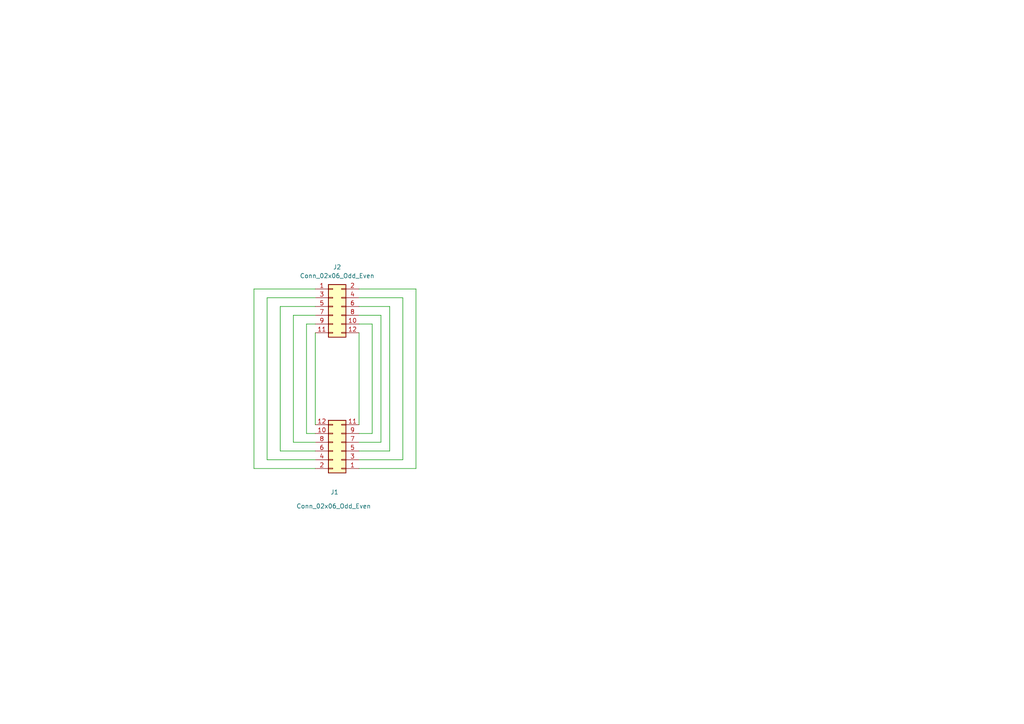
<source format=kicad_sch>
(kicad_sch (version 20250114) (generator "eeschema") (generator_version "9.0")
  (paper "A4")
  (lib_symbols
    (symbol "Connector_Generic:Conn_02x06_Odd_Even" (pin_names (offset 1.016) (hide yes))
      (property "Reference" "J" (at 1.27 7.62 0))
      (property "Value" "Conn_02x06_Odd_Even" (at 1.27 -10.16 0))
      (symbol "Conn_02x06_Odd_Even_1_1"
        (rectangle (start -1.27 6.35) (end 3.81 -8.89) (stroke (width 0.254)) (fill (type background)))
        (rectangle (start -1.27 5.207) (end 0 4.953) (stroke (width 0.1524)))
        (rectangle (start -1.27 2.667) (end 0 2.413) (stroke (width 0.1524)))
        (rectangle (start -1.27 0.127) (end 0 -0.127) (stroke (width 0.1524)))
        (rectangle (start -1.27 -2.413) (end 0 -2.667) (stroke (width 0.1524)))
        (rectangle (start -1.27 -4.953) (end 0 -5.207) (stroke (width 0.1524)))
        (rectangle (start -1.27 -7.493) (end 0 -7.747) (stroke (width 0.1524)))
        (rectangle (start 3.81 5.207) (end 2.54 4.953) (stroke (width 0.1524)))
        (rectangle (start 3.81 2.667) (end 2.54 2.413) (stroke (width 0.1524)))
        (rectangle (start 3.81 0.127) (end 2.54 -0.127) (stroke (width 0.1524)))
        (rectangle (start 3.81 -2.413) (end 2.54 -2.667) (stroke (width 0.1524)))
        (rectangle (start 3.81 -4.953) (end 2.54 -5.207) (stroke (width 0.1524)))
        (rectangle (start 3.81 -7.493) (end 2.54 -7.747) (stroke (width 0.1524)))
        (pin passive line (at -5.08 5.08 0) (length 3.81) (name "Pin_1") (number "1"))
        (pin passive line (at -5.08 2.54 0) (length 3.81) (name "Pin_3") (number "3"))
        (pin passive line (at -5.08 0 0) (length 3.81) (name "Pin_5") (number "5"))
        (pin passive line (at -5.08 -2.54 0) (length 3.81) (name "Pin_7") (number "7"))
        (pin passive line (at -5.08 -5.08 0) (length 3.81) (name "Pin_9") (number "9"))
        (pin passive line (at -5.08 -7.62 0) (length 3.81) (name "Pin_11") (number "11"))
        (pin passive line (at 7.62 5.08 180) (length 3.81) (name "Pin_2") (number "2"))
        (pin passive line (at 7.62 2.54 180) (length 3.81) (name "Pin_4") (number "4"))
        (pin passive line (at 7.62 0 180) (length 3.81) (name "Pin_6") (number "6"))
        (pin passive line (at 7.62 -2.54 180) (length 3.81) (name "Pin_8") (number "8"))
        (pin passive line (at 7.62 -5.08 180) (length 3.81) (name "Pin_10") (number "10"))
        (pin passive line (at 7.62 -7.62 180) (length 3.81) (name "Pin_12") (number "12"))
      )
    )
  )
  (wire (pts (xy 110.49 91.44) (xy 110.49 128.27)))
  (wire (pts (xy 110.49 128.27) (xy 104.14 128.27)))
  (wire (pts (xy 116.84 86.36) (xy 104.14 86.36)))
  (wire (pts (xy 85.09 128.27) (xy 91.44 128.27)))
  (wire (pts (xy 107.95 125.73) (xy 104.14 125.73)))
  (wire (pts (xy 77.47 86.36) (xy 77.47 133.35)))
  (wire (pts (xy 104.14 93.98) (xy 107.95 93.98)))
  (wire (pts (xy 104.14 91.44) (xy 110.49 91.44)))
  (wire (pts (xy 104.14 83.82) (xy 120.65 83.82)))
  (wire (pts (xy 81.28 130.81) (xy 91.44 130.81)))
  (wire (pts (xy 81.28 88.9) (xy 81.28 130.81)))
  (wire (pts (xy 104.14 88.9) (xy 113.03 88.9)))
  (wire (pts (xy 116.84 133.35) (xy 116.84 86.36)))
  (wire (pts (xy 120.65 83.82) (xy 120.65 135.89)))
  (wire (pts (xy 113.03 88.9) (xy 113.03 130.81)))
  (wire (pts (xy 88.9 93.98) (xy 88.9 125.73)))
  (wire (pts (xy 91.44 88.9) (xy 81.28 88.9)))
  (wire (pts (xy 91.44 135.89) (xy 73.66 135.89)))
  (wire (pts (xy 91.44 91.44) (xy 85.09 91.44)))
  (wire (pts (xy 73.66 83.82) (xy 91.44 83.82)))
  (wire (pts (xy 120.65 135.89) (xy 104.14 135.89)))
  (wire (pts (xy 73.66 135.89) (xy 73.66 83.82)))
  (wire (pts (xy 77.47 133.35) (xy 91.44 133.35)))
  (wire (pts (xy 91.44 93.98) (xy 88.9 93.98)))
  (wire (pts (xy 88.9 125.73) (xy 91.44 125.73)))
  (wire (pts (xy 104.14 133.35) (xy 116.84 133.35)))
  (wire (pts (xy 107.95 93.98) (xy 107.95 125.73)))
  (wire (pts (xy 104.14 96.52) (xy 104.14 123.19)))
  (wire (pts (xy 91.44 96.52) (xy 91.44 123.19)))
  (wire (pts (xy 91.44 86.36) (xy 77.47 86.36)))
  (wire (pts (xy 113.03 130.81) (xy 104.14 130.81)))
  (wire (pts (xy 85.09 91.44) (xy 85.09 128.27)))
  (symbol (lib_id "Connector_Generic:Conn_02x06_Odd_Even") (at 99.06 130.81 180) (unit 1)
    (property "Reference" "J1" (at 97.028 142.748 0))
    (property "Value" "Conn_02x06_Odd_Even" (at 96.774 146.812 0))
    (property "Footprint" "Connector_PinSocket_2.54mm:PinSocket_2x06_P2.54mm_Horizontal" (effects (hide yes)))
    (property "Description" "Generic connector, double row, 02x06, odd/even pin numbering scheme (row 1 odd numbers, row 2 even numbers), script generated (kicad-library-utils/schlib/autogen/connector/)" (effects (hide yes)))
  )
  (symbol (lib_id "Connector_Generic:Conn_02x06_Odd_Even") (at 96.52 88.9 0) (unit 1)
    (property "Reference" "J2" (at 97.79 77.47 0))
    (property "Value" "Conn_02x06_Odd_Even" (at 97.79 80.01 0))
    (property "Footprint" "Connector_PinSocket_2.54mm:PinSocket_2x06_P2.54mm_Horizontal" (effects (hide yes)))
    (property "Description" "Generic connector, double row, 02x06, odd/even pin numbering scheme (row 1 odd numbers, row 2 even numbers), script generated (kicad-library-utils/schlib/autogen/connector/)" (effects (hide yes)))
  )
)
</source>
